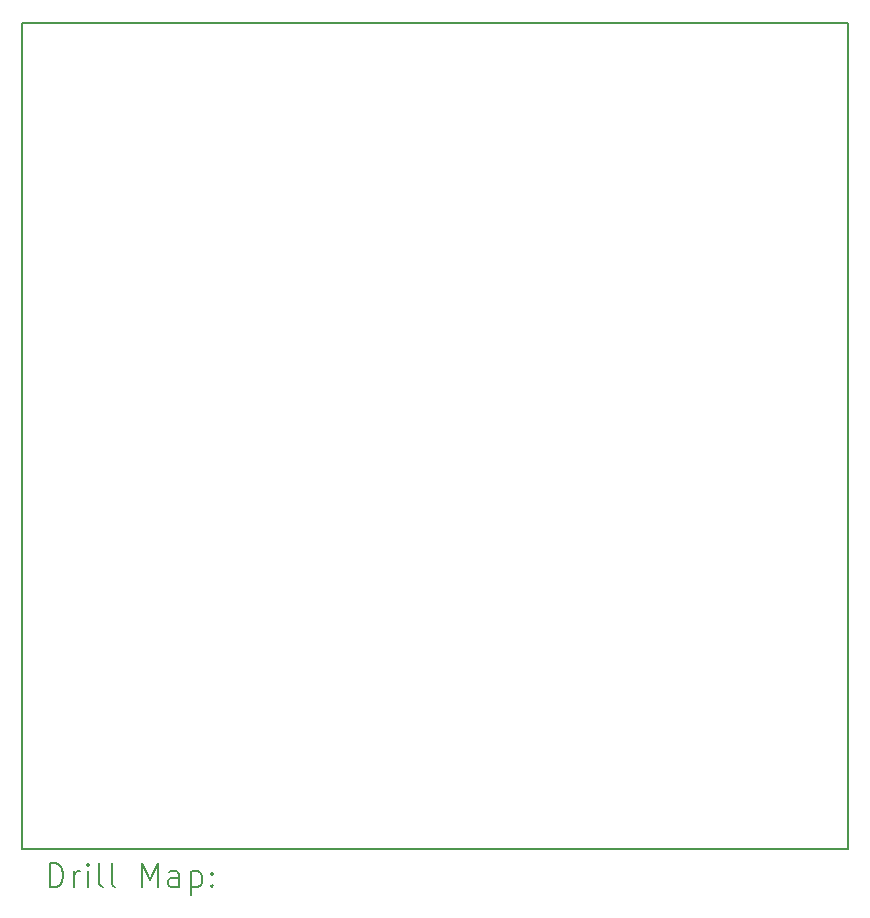
<source format=gbr>
%TF.GenerationSoftware,KiCad,Pcbnew,7.0.2*%
%TF.CreationDate,2023-06-12T01:54:00+02:00*%
%TF.ProjectId,RGB-YPbPr-Converter,5247422d-5950-4625-9072-2d436f6e7665,rev?*%
%TF.SameCoordinates,Original*%
%TF.FileFunction,Drillmap*%
%TF.FilePolarity,Positive*%
%FSLAX45Y45*%
G04 Gerber Fmt 4.5, Leading zero omitted, Abs format (unit mm)*
G04 Created by KiCad (PCBNEW 7.0.2) date 2023-06-12 01:54:00*
%MOMM*%
%LPD*%
G01*
G04 APERTURE LIST*
%ADD10C,0.150000*%
%ADD11C,0.200000*%
G04 APERTURE END LIST*
D10*
X10000000Y-10000000D02*
X17000000Y-10000000D01*
X17000000Y-17000000D01*
X10000000Y-17000000D01*
X10000000Y-10000000D01*
D11*
X10240119Y-17320024D02*
X10240119Y-17120024D01*
X10240119Y-17120024D02*
X10287738Y-17120024D01*
X10287738Y-17120024D02*
X10316310Y-17129548D01*
X10316310Y-17129548D02*
X10335357Y-17148595D01*
X10335357Y-17148595D02*
X10344881Y-17167643D01*
X10344881Y-17167643D02*
X10354405Y-17205738D01*
X10354405Y-17205738D02*
X10354405Y-17234310D01*
X10354405Y-17234310D02*
X10344881Y-17272405D01*
X10344881Y-17272405D02*
X10335357Y-17291452D01*
X10335357Y-17291452D02*
X10316310Y-17310500D01*
X10316310Y-17310500D02*
X10287738Y-17320024D01*
X10287738Y-17320024D02*
X10240119Y-17320024D01*
X10440119Y-17320024D02*
X10440119Y-17186690D01*
X10440119Y-17224786D02*
X10449643Y-17205738D01*
X10449643Y-17205738D02*
X10459167Y-17196214D01*
X10459167Y-17196214D02*
X10478214Y-17186690D01*
X10478214Y-17186690D02*
X10497262Y-17186690D01*
X10563929Y-17320024D02*
X10563929Y-17186690D01*
X10563929Y-17120024D02*
X10554405Y-17129548D01*
X10554405Y-17129548D02*
X10563929Y-17139071D01*
X10563929Y-17139071D02*
X10573452Y-17129548D01*
X10573452Y-17129548D02*
X10563929Y-17120024D01*
X10563929Y-17120024D02*
X10563929Y-17139071D01*
X10687738Y-17320024D02*
X10668690Y-17310500D01*
X10668690Y-17310500D02*
X10659167Y-17291452D01*
X10659167Y-17291452D02*
X10659167Y-17120024D01*
X10792500Y-17320024D02*
X10773452Y-17310500D01*
X10773452Y-17310500D02*
X10763929Y-17291452D01*
X10763929Y-17291452D02*
X10763929Y-17120024D01*
X11021071Y-17320024D02*
X11021071Y-17120024D01*
X11021071Y-17120024D02*
X11087738Y-17262881D01*
X11087738Y-17262881D02*
X11154405Y-17120024D01*
X11154405Y-17120024D02*
X11154405Y-17320024D01*
X11335357Y-17320024D02*
X11335357Y-17215262D01*
X11335357Y-17215262D02*
X11325833Y-17196214D01*
X11325833Y-17196214D02*
X11306786Y-17186690D01*
X11306786Y-17186690D02*
X11268690Y-17186690D01*
X11268690Y-17186690D02*
X11249643Y-17196214D01*
X11335357Y-17310500D02*
X11316309Y-17320024D01*
X11316309Y-17320024D02*
X11268690Y-17320024D01*
X11268690Y-17320024D02*
X11249643Y-17310500D01*
X11249643Y-17310500D02*
X11240119Y-17291452D01*
X11240119Y-17291452D02*
X11240119Y-17272405D01*
X11240119Y-17272405D02*
X11249643Y-17253357D01*
X11249643Y-17253357D02*
X11268690Y-17243833D01*
X11268690Y-17243833D02*
X11316309Y-17243833D01*
X11316309Y-17243833D02*
X11335357Y-17234310D01*
X11430595Y-17186690D02*
X11430595Y-17386690D01*
X11430595Y-17196214D02*
X11449643Y-17186690D01*
X11449643Y-17186690D02*
X11487738Y-17186690D01*
X11487738Y-17186690D02*
X11506786Y-17196214D01*
X11506786Y-17196214D02*
X11516309Y-17205738D01*
X11516309Y-17205738D02*
X11525833Y-17224786D01*
X11525833Y-17224786D02*
X11525833Y-17281929D01*
X11525833Y-17281929D02*
X11516309Y-17300976D01*
X11516309Y-17300976D02*
X11506786Y-17310500D01*
X11506786Y-17310500D02*
X11487738Y-17320024D01*
X11487738Y-17320024D02*
X11449643Y-17320024D01*
X11449643Y-17320024D02*
X11430595Y-17310500D01*
X11611548Y-17300976D02*
X11621071Y-17310500D01*
X11621071Y-17310500D02*
X11611548Y-17320024D01*
X11611548Y-17320024D02*
X11602024Y-17310500D01*
X11602024Y-17310500D02*
X11611548Y-17300976D01*
X11611548Y-17300976D02*
X11611548Y-17320024D01*
X11611548Y-17196214D02*
X11621071Y-17205738D01*
X11621071Y-17205738D02*
X11611548Y-17215262D01*
X11611548Y-17215262D02*
X11602024Y-17205738D01*
X11602024Y-17205738D02*
X11611548Y-17196214D01*
X11611548Y-17196214D02*
X11611548Y-17215262D01*
M02*

</source>
